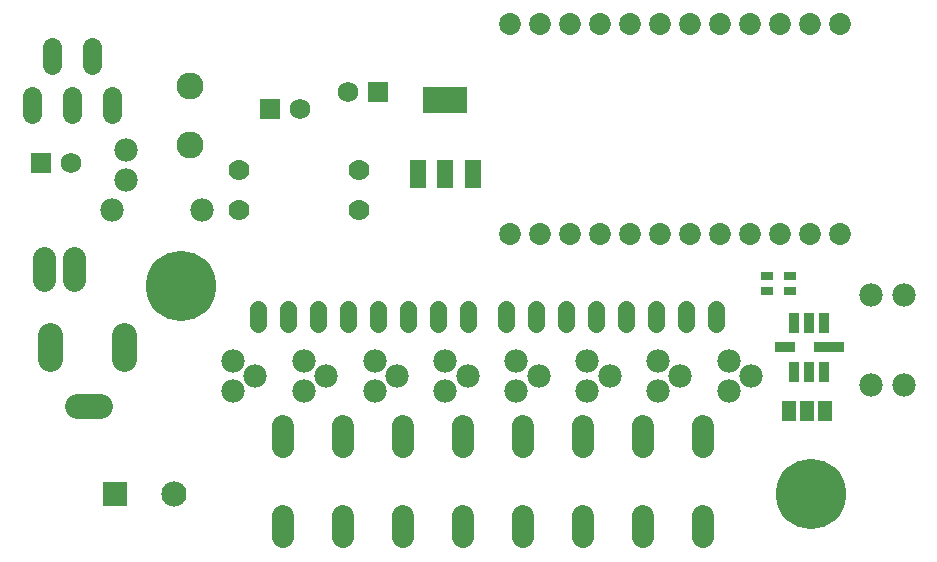
<source format=gts>
G75*
%MOIN*%
%OFA0B0*%
%FSLAX24Y24*%
%IPPOS*%
%LPD*%
%AMOC8*
5,1,8,0,0,1.08239X$1,22.5*
%
%ADD10R,0.1024X0.0355*%
%ADD11R,0.0697X0.0355*%
%ADD12R,0.0355X0.0697*%
%ADD13C,0.0827*%
%ADD14C,0.0780*%
%ADD15C,0.0690*%
%ADD16R,0.0690X0.0690*%
%ADD17R,0.0394X0.0316*%
%ADD18R,0.0500X0.0670*%
%ADD19C,0.0730*%
%ADD20C,0.0745*%
%ADD21C,0.0780*%
%ADD22C,0.0640*%
%ADD23C,0.0900*%
%ADD24C,0.0700*%
%ADD25R,0.0520X0.0920*%
%ADD26R,0.1457X0.0906*%
%ADD27R,0.0840X0.0840*%
%ADD28C,0.0840*%
%ADD29C,0.0560*%
%ADD30C,0.2340*%
D10*
X029417Y007394D03*
D11*
X027955Y007394D03*
D12*
X028268Y006581D03*
X028768Y006581D03*
X029268Y006581D03*
X029268Y008207D03*
X028768Y008207D03*
X028268Y008207D03*
D13*
X005933Y007796D02*
X005933Y007008D01*
X005146Y005433D02*
X004358Y005433D01*
X003453Y007008D02*
X003453Y007796D01*
D14*
X003256Y009623D02*
X003256Y010363D01*
X004256Y010363D02*
X004256Y009623D01*
D15*
X004150Y013536D03*
X011787Y015347D03*
X013386Y015898D03*
D16*
X014386Y015898D03*
X010787Y015347D03*
X003150Y013536D03*
D17*
X027350Y009776D03*
X027350Y009264D03*
X028138Y009264D03*
X028138Y009776D03*
D18*
X028089Y005268D03*
X028689Y005268D03*
X029289Y005268D03*
D19*
X028791Y011174D03*
X027791Y011174D03*
X026791Y011174D03*
X025791Y011174D03*
X024791Y011174D03*
X023791Y011174D03*
X022791Y011174D03*
X021791Y011174D03*
X020791Y011174D03*
X019791Y011174D03*
X018791Y011174D03*
X029791Y011174D03*
X029791Y018174D03*
X028791Y018174D03*
X027791Y018174D03*
X026791Y018174D03*
X025791Y018174D03*
X024791Y018174D03*
X023791Y018174D03*
X022791Y018174D03*
X021791Y018174D03*
X020791Y018174D03*
X019791Y018174D03*
X018791Y018174D03*
D20*
X019217Y004758D02*
X019217Y004053D01*
X021217Y004053D02*
X021217Y004758D01*
X023217Y004758D02*
X023217Y004053D01*
X025217Y004053D02*
X025217Y004758D01*
X025217Y001758D02*
X025217Y001053D01*
X023217Y001053D02*
X023217Y001758D01*
X021217Y001758D02*
X021217Y001053D01*
X019217Y001053D02*
X019217Y001758D01*
X017217Y001758D02*
X017217Y001053D01*
X015217Y001053D02*
X015217Y001758D01*
X013217Y001758D02*
X013217Y001053D01*
X011217Y001053D02*
X011217Y001758D01*
X011217Y004053D02*
X011217Y004758D01*
X013217Y004758D02*
X013217Y004053D01*
X015217Y004053D02*
X015217Y004758D01*
X017217Y004758D02*
X017217Y004053D01*
D21*
X016642Y005949D03*
X017392Y006449D03*
X016642Y006949D03*
X015030Y006449D03*
X014280Y005949D03*
X012667Y006449D03*
X011917Y005949D03*
X011917Y006949D03*
X010305Y006449D03*
X009555Y006949D03*
X009555Y005949D03*
X014280Y006949D03*
X019004Y006949D03*
X019754Y006449D03*
X019004Y005949D03*
X021366Y005949D03*
X022116Y006449D03*
X021366Y006949D03*
X023728Y006949D03*
X024478Y006449D03*
X023728Y005949D03*
X026091Y005949D03*
X026841Y006449D03*
X026091Y006949D03*
X030815Y006130D03*
X031917Y006130D03*
X031917Y009130D03*
X030815Y009130D03*
X008535Y011961D03*
X006012Y012957D03*
X006012Y013957D03*
X005535Y011961D03*
D22*
X005541Y015173D02*
X005541Y015773D01*
X004201Y015773D02*
X004201Y015173D01*
X002861Y015173D02*
X002861Y015773D01*
X003531Y016813D02*
X003531Y017413D01*
X004871Y017413D02*
X004871Y016813D01*
D23*
X008138Y016095D03*
X008138Y014126D03*
D24*
X009760Y013300D03*
X009760Y011961D03*
X013760Y011961D03*
X013760Y013300D03*
D25*
X015732Y013182D03*
X016642Y013182D03*
X017552Y013182D03*
D26*
X016642Y015622D03*
D27*
X005618Y002512D03*
D28*
X007587Y002512D03*
D29*
X010386Y008158D02*
X010386Y008678D01*
X011386Y008678D02*
X011386Y008158D01*
X012386Y008158D02*
X012386Y008678D01*
X013386Y008678D02*
X013386Y008158D01*
X014386Y008158D02*
X014386Y008678D01*
X015386Y008678D02*
X015386Y008158D01*
X016386Y008158D02*
X016386Y008678D01*
X017386Y008678D02*
X017386Y008158D01*
X018654Y008158D02*
X018654Y008678D01*
X019654Y008678D02*
X019654Y008158D01*
X020654Y008158D02*
X020654Y008678D01*
X021654Y008678D02*
X021654Y008158D01*
X022654Y008158D02*
X022654Y008678D01*
X023654Y008678D02*
X023654Y008158D01*
X024654Y008158D02*
X024654Y008678D01*
X025654Y008678D02*
X025654Y008158D01*
D30*
X028846Y002512D03*
X007823Y009441D03*
M02*

</source>
